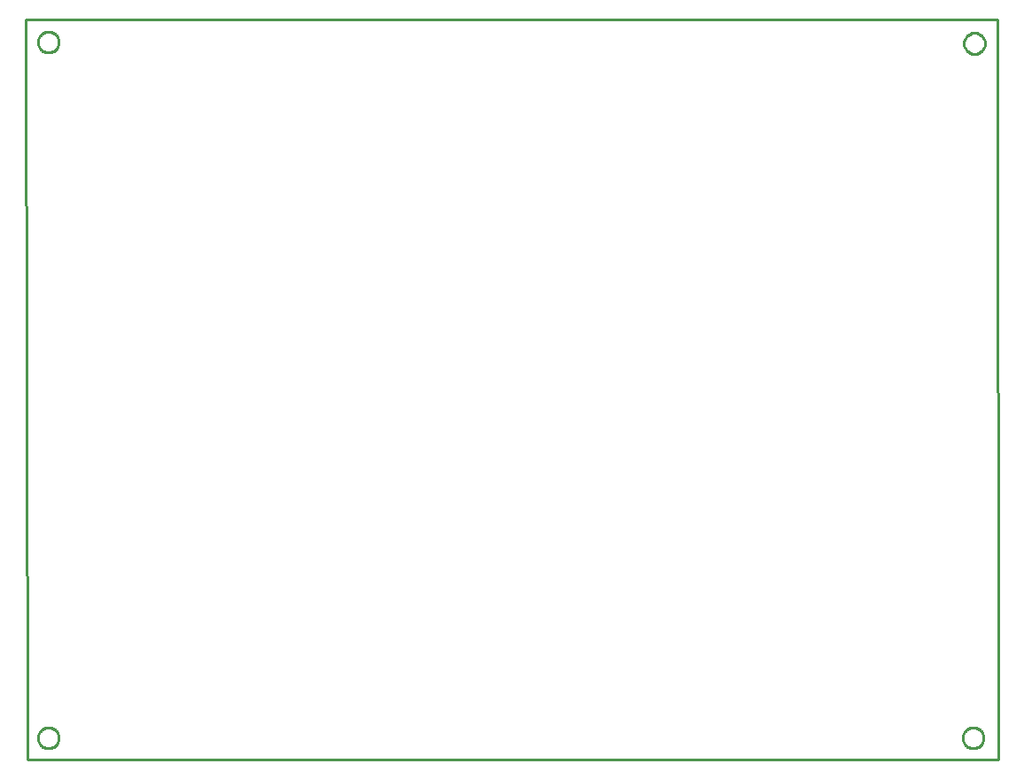
<source format=gbr>
G04 EAGLE Gerber RS-274X export*
G75*
%MOMM*%
%FSLAX34Y34*%
%LPD*%
%IN*%
%IPPOS*%
%AMOC8*
5,1,8,0,0,1.08239X$1,22.5*%
G01*
%ADD10C,0.254000*%


D10*
X-1270Y707390D02*
X0Y0D01*
X928370Y0D01*
X927100Y707390D01*
X-1270Y707390D01*
X30320Y685363D02*
X30244Y684494D01*
X30092Y683634D01*
X29866Y682790D01*
X29568Y681970D01*
X29199Y681178D01*
X28762Y680422D01*
X28261Y679707D01*
X27700Y679038D01*
X27082Y678420D01*
X26413Y677859D01*
X25698Y677358D01*
X24942Y676921D01*
X24150Y676552D01*
X23330Y676254D01*
X22486Y676028D01*
X21627Y675876D01*
X20757Y675800D01*
X19883Y675800D01*
X19014Y675876D01*
X18154Y676028D01*
X17310Y676254D01*
X16490Y676552D01*
X15698Y676921D01*
X14942Y677358D01*
X14227Y677859D01*
X13558Y678420D01*
X12940Y679038D01*
X12379Y679707D01*
X11878Y680422D01*
X11441Y681178D01*
X11072Y681970D01*
X10774Y682790D01*
X10548Y683634D01*
X10396Y684494D01*
X10320Y685363D01*
X10320Y686237D01*
X10396Y687107D01*
X10548Y687966D01*
X10774Y688810D01*
X11072Y689630D01*
X11441Y690422D01*
X11878Y691178D01*
X12379Y691893D01*
X12940Y692562D01*
X13558Y693180D01*
X14227Y693741D01*
X14942Y694242D01*
X15698Y694679D01*
X16490Y695048D01*
X17310Y695346D01*
X18154Y695572D01*
X19014Y695724D01*
X19883Y695800D01*
X20757Y695800D01*
X21627Y695724D01*
X22486Y695572D01*
X23330Y695346D01*
X24150Y695048D01*
X24942Y694679D01*
X25698Y694242D01*
X26413Y693741D01*
X27082Y693180D01*
X27700Y692562D01*
X28261Y691893D01*
X28762Y691178D01*
X29199Y690422D01*
X29568Y689630D01*
X29866Y688810D01*
X30092Y687966D01*
X30244Y687107D01*
X30320Y686237D01*
X30320Y685363D01*
X915510Y684093D02*
X915434Y683224D01*
X915282Y682364D01*
X915056Y681520D01*
X914758Y680700D01*
X914389Y679908D01*
X913952Y679152D01*
X913451Y678437D01*
X912890Y677768D01*
X912272Y677150D01*
X911603Y676589D01*
X910888Y676088D01*
X910132Y675651D01*
X909340Y675282D01*
X908520Y674984D01*
X907676Y674758D01*
X906817Y674606D01*
X905947Y674530D01*
X905073Y674530D01*
X904204Y674606D01*
X903344Y674758D01*
X902500Y674984D01*
X901680Y675282D01*
X900888Y675651D01*
X900132Y676088D01*
X899417Y676589D01*
X898748Y677150D01*
X898130Y677768D01*
X897569Y678437D01*
X897068Y679152D01*
X896631Y679908D01*
X896262Y680700D01*
X895964Y681520D01*
X895738Y682364D01*
X895586Y683224D01*
X895510Y684093D01*
X895510Y684967D01*
X895586Y685837D01*
X895738Y686696D01*
X895964Y687540D01*
X896262Y688360D01*
X896631Y689152D01*
X897068Y689908D01*
X897569Y690623D01*
X898130Y691292D01*
X898748Y691910D01*
X899417Y692471D01*
X900132Y692972D01*
X900888Y693409D01*
X901680Y693778D01*
X902500Y694076D01*
X903344Y694302D01*
X904204Y694454D01*
X905073Y694530D01*
X905947Y694530D01*
X906817Y694454D01*
X907676Y694302D01*
X908520Y694076D01*
X909340Y693778D01*
X910132Y693409D01*
X910888Y692972D01*
X911603Y692471D01*
X912272Y691910D01*
X912890Y691292D01*
X913451Y690623D01*
X913952Y689908D01*
X914389Y689152D01*
X914758Y688360D01*
X915056Y687540D01*
X915282Y686696D01*
X915434Y685837D01*
X915510Y684967D01*
X915510Y684093D01*
X30320Y19883D02*
X30244Y19014D01*
X30092Y18154D01*
X29866Y17310D01*
X29568Y16490D01*
X29199Y15698D01*
X28762Y14942D01*
X28261Y14227D01*
X27700Y13558D01*
X27082Y12940D01*
X26413Y12379D01*
X25698Y11878D01*
X24942Y11441D01*
X24150Y11072D01*
X23330Y10774D01*
X22486Y10548D01*
X21627Y10396D01*
X20757Y10320D01*
X19883Y10320D01*
X19014Y10396D01*
X18154Y10548D01*
X17310Y10774D01*
X16490Y11072D01*
X15698Y11441D01*
X14942Y11878D01*
X14227Y12379D01*
X13558Y12940D01*
X12940Y13558D01*
X12379Y14227D01*
X11878Y14942D01*
X11441Y15698D01*
X11072Y16490D01*
X10774Y17310D01*
X10548Y18154D01*
X10396Y19014D01*
X10320Y19883D01*
X10320Y20757D01*
X10396Y21627D01*
X10548Y22486D01*
X10774Y23330D01*
X11072Y24150D01*
X11441Y24942D01*
X11878Y25698D01*
X12379Y26413D01*
X12940Y27082D01*
X13558Y27700D01*
X14227Y28261D01*
X14942Y28762D01*
X15698Y29199D01*
X16490Y29568D01*
X17310Y29866D01*
X18154Y30092D01*
X19014Y30244D01*
X19883Y30320D01*
X20757Y30320D01*
X21627Y30244D01*
X22486Y30092D01*
X23330Y29866D01*
X24150Y29568D01*
X24942Y29199D01*
X25698Y28762D01*
X26413Y28261D01*
X27082Y27700D01*
X27700Y27082D01*
X28261Y26413D01*
X28762Y25698D01*
X29199Y24942D01*
X29568Y24150D01*
X29866Y23330D01*
X30092Y22486D01*
X30244Y21627D01*
X30320Y20757D01*
X30320Y19883D01*
X914240Y19883D02*
X914164Y19014D01*
X914012Y18154D01*
X913786Y17310D01*
X913488Y16490D01*
X913119Y15698D01*
X912682Y14942D01*
X912181Y14227D01*
X911620Y13558D01*
X911002Y12940D01*
X910333Y12379D01*
X909618Y11878D01*
X908862Y11441D01*
X908070Y11072D01*
X907250Y10774D01*
X906406Y10548D01*
X905547Y10396D01*
X904677Y10320D01*
X903803Y10320D01*
X902934Y10396D01*
X902074Y10548D01*
X901230Y10774D01*
X900410Y11072D01*
X899618Y11441D01*
X898862Y11878D01*
X898147Y12379D01*
X897478Y12940D01*
X896860Y13558D01*
X896299Y14227D01*
X895798Y14942D01*
X895361Y15698D01*
X894992Y16490D01*
X894694Y17310D01*
X894468Y18154D01*
X894316Y19014D01*
X894240Y19883D01*
X894240Y20757D01*
X894316Y21627D01*
X894468Y22486D01*
X894694Y23330D01*
X894992Y24150D01*
X895361Y24942D01*
X895798Y25698D01*
X896299Y26413D01*
X896860Y27082D01*
X897478Y27700D01*
X898147Y28261D01*
X898862Y28762D01*
X899618Y29199D01*
X900410Y29568D01*
X901230Y29866D01*
X902074Y30092D01*
X902934Y30244D01*
X903803Y30320D01*
X904677Y30320D01*
X905547Y30244D01*
X906406Y30092D01*
X907250Y29866D01*
X908070Y29568D01*
X908862Y29199D01*
X909618Y28762D01*
X910333Y28261D01*
X911002Y27700D01*
X911620Y27082D01*
X912181Y26413D01*
X912682Y25698D01*
X913119Y24942D01*
X913488Y24150D01*
X913786Y23330D01*
X914012Y22486D01*
X914164Y21627D01*
X914240Y20757D01*
X914240Y19883D01*
M02*

</source>
